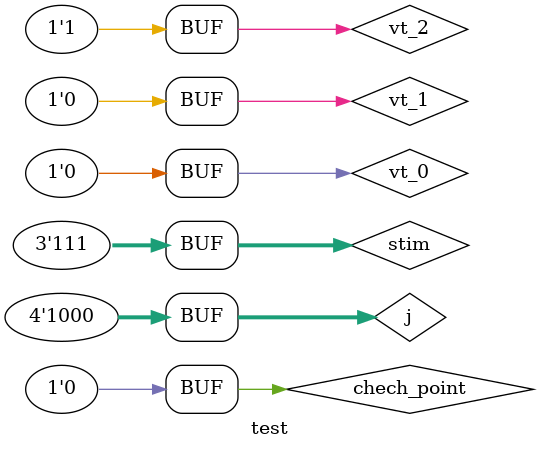
<source format=v>
module test;

parameter delay = 6;

// parameter truth_table_0 = 8'b01011110;
parameter truth_table_0 = 8'b01010010;
parameter truth_table_1 = 8'b01110101;  
parameter truth_table_2 = 8'b10100110;

wire z_0, z_1, z_2;
reg [2:0] stim;
reg [3:0] j;
reg chech_point, error_0, error_1, error_2;
wire vt_0, vt_1, vt_2;

complex m1(stim, z_0, z_1, z_2);

initial 
begin 
    chech_point = 0;
    for (j = 0; j <= 7; j = j + 1) 
    begin #10;
       stim = j;
       chech_point = # delay 1;
       #3;
       chech_point = 0;  
    end
end

assign vt_0 = truth_table_0[stim];
assign vt_1 = truth_table_1[stim];
assign vt_2 = truth_table_2[stim];

always @ (posedge chech_point)
begin
    error_0 = z_0 == vt_0 ? 0 : 1;
    error_1 = z_1 == vt_1 ? 0 : 1;
    error_2 = z_2 == vt_2 ? 0 : 1;
end

endmodule 

</source>
